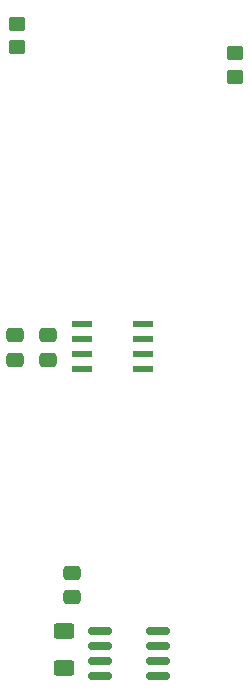
<source format=gbp>
%TF.GenerationSoftware,KiCad,Pcbnew,8.0.1-8.0.1-1~ubuntu22.04.1*%
%TF.CreationDate,2024-04-01T00:34:08-04:00*%
%TF.ProjectId,gripper_2024,67726970-7065-4725-9f32-3032342e6b69,rev?*%
%TF.SameCoordinates,Original*%
%TF.FileFunction,Paste,Bot*%
%TF.FilePolarity,Positive*%
%FSLAX46Y46*%
G04 Gerber Fmt 4.6, Leading zero omitted, Abs format (unit mm)*
G04 Created by KiCad (PCBNEW 8.0.1-8.0.1-1~ubuntu22.04.1) date 2024-04-01 00:34:08*
%MOMM*%
%LPD*%
G01*
G04 APERTURE LIST*
G04 Aperture macros list*
%AMRoundRect*
0 Rectangle with rounded corners*
0 $1 Rounding radius*
0 $2 $3 $4 $5 $6 $7 $8 $9 X,Y pos of 4 corners*
0 Add a 4 corners polygon primitive as box body*
4,1,4,$2,$3,$4,$5,$6,$7,$8,$9,$2,$3,0*
0 Add four circle primitives for the rounded corners*
1,1,$1+$1,$2,$3*
1,1,$1+$1,$4,$5*
1,1,$1+$1,$6,$7*
1,1,$1+$1,$8,$9*
0 Add four rect primitives between the rounded corners*
20,1,$1+$1,$2,$3,$4,$5,0*
20,1,$1+$1,$4,$5,$6,$7,0*
20,1,$1+$1,$6,$7,$8,$9,0*
20,1,$1+$1,$8,$9,$2,$3,0*%
G04 Aperture macros list end*
%ADD10RoundRect,0.041300X-0.833700X-0.253700X0.833700X-0.253700X0.833700X0.253700X-0.833700X0.253700X0*%
%ADD11RoundRect,0.250000X0.450000X-0.350000X0.450000X0.350000X-0.450000X0.350000X-0.450000X-0.350000X0*%
%ADD12RoundRect,0.250000X0.625000X-0.400000X0.625000X0.400000X-0.625000X0.400000X-0.625000X-0.400000X0*%
%ADD13RoundRect,0.250000X-0.475000X0.337500X-0.475000X-0.337500X0.475000X-0.337500X0.475000X0.337500X0*%
%ADD14RoundRect,0.150000X0.825000X0.150000X-0.825000X0.150000X-0.825000X-0.150000X0.825000X-0.150000X0*%
G04 APERTURE END LIST*
D10*
%TO.C,U6*%
X28715000Y-63905000D03*
X28715000Y-62635000D03*
X28715000Y-61365000D03*
X28715000Y-60095000D03*
X33885000Y-60095000D03*
X33885000Y-61365000D03*
X33885000Y-62635000D03*
X33885000Y-63905000D03*
%TD*%
D11*
%TO.C,R10*%
X23200000Y-36700000D03*
X23200000Y-34700000D03*
%TD*%
%TO.C,R21*%
X41700000Y-39200000D03*
X41700000Y-37200000D03*
%TD*%
D12*
%TO.C,R7*%
X27150000Y-89200000D03*
X27150000Y-86100000D03*
%TD*%
D13*
%TO.C,C11*%
X27900000Y-81162500D03*
X27900000Y-83237500D03*
%TD*%
%TO.C,C3*%
X25800000Y-61062500D03*
X25800000Y-63137500D03*
%TD*%
%TO.C,C7*%
X23000000Y-61062500D03*
X23000000Y-63137500D03*
%TD*%
D14*
%TO.C,U8*%
X35175000Y-86095000D03*
X35175000Y-87365000D03*
X35175000Y-88635000D03*
X35175000Y-89905000D03*
X30225000Y-89905000D03*
X30225000Y-88635000D03*
X30225000Y-87365000D03*
X30225000Y-86095000D03*
%TD*%
M02*

</source>
